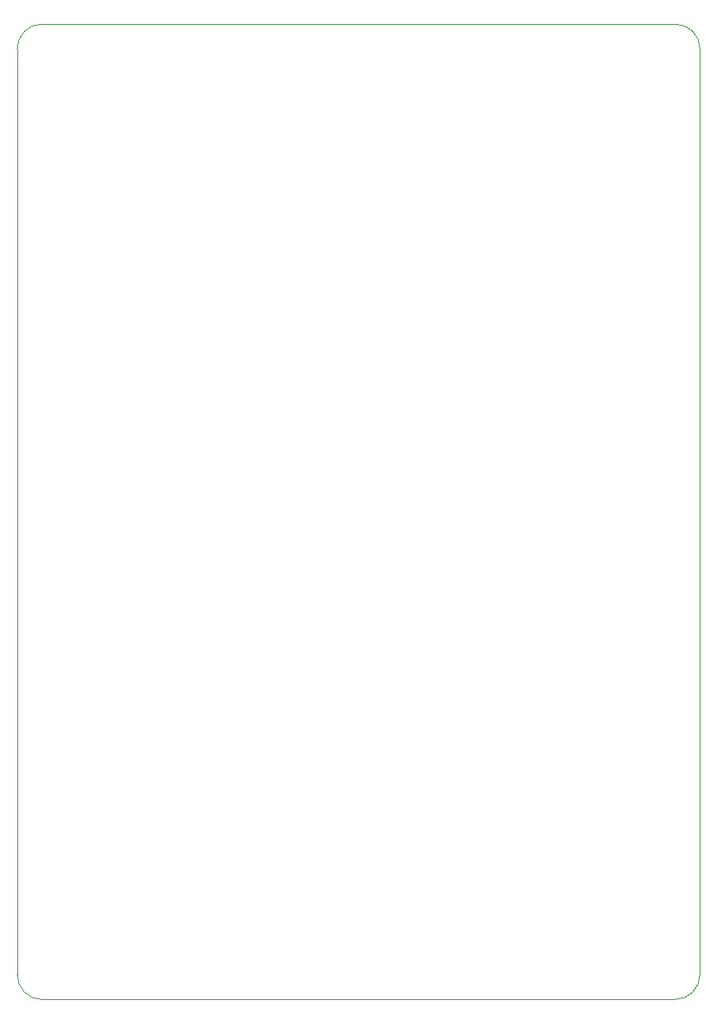
<source format=gbr>
%TF.GenerationSoftware,Altium Limited,Altium Designer,20.2.4 (192)*%
G04 Layer_Color=0*
%FSLAX25Y25*%
%MOIN*%
%TF.SameCoordinates,DD73C85C-3220-4851-94E8-9B28512026BA*%
%TF.FilePolarity,Positive*%
%TF.FileFunction,Profile,NP*%
%TF.Part,Single*%
G01*
G75*
%TA.AperFunction,Profile*%
%ADD135C,0.00100*%
D135*
X0Y383263D02*
G02*
X10000Y393264I10000J0D01*
G01*
X265197D01*
D02*
G02*
X275197Y383263I0J-10000D01*
G01*
Y10153D01*
D02*
G02*
X265197Y153I-10000J0D01*
G01*
X10000D01*
D02*
G02*
X0Y10153I0J10000D01*
G01*
Y383263D01*
%TF.MD5,7a81393afb32bbc6f2a0694cdc68d93d*%
M02*

</source>
